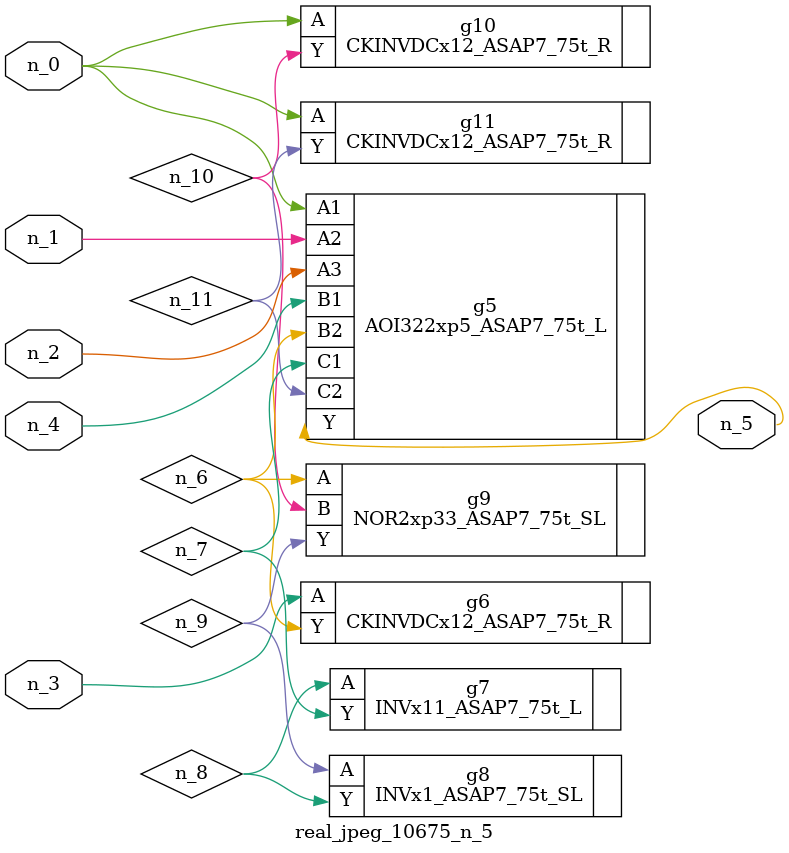
<source format=v>
module real_jpeg_10675_n_5 (n_4, n_0, n_1, n_2, n_3, n_5);

input n_4;
input n_0;
input n_1;
input n_2;
input n_3;

output n_5;

wire n_8;
wire n_11;
wire n_6;
wire n_7;
wire n_10;
wire n_9;

AOI322xp5_ASAP7_75t_L g5 ( 
.A1(n_0),
.A2(n_1),
.A3(n_2),
.B1(n_4),
.B2(n_6),
.C1(n_7),
.C2(n_11),
.Y(n_5)
);

CKINVDCx12_ASAP7_75t_R g10 ( 
.A(n_0),
.Y(n_10)
);

CKINVDCx12_ASAP7_75t_R g11 ( 
.A(n_0),
.Y(n_11)
);

CKINVDCx12_ASAP7_75t_R g6 ( 
.A(n_3),
.Y(n_6)
);

NOR2xp33_ASAP7_75t_SL g9 ( 
.A(n_6),
.B(n_10),
.Y(n_9)
);

INVx11_ASAP7_75t_L g7 ( 
.A(n_8),
.Y(n_7)
);

INVx1_ASAP7_75t_SL g8 ( 
.A(n_9),
.Y(n_8)
);


endmodule
</source>
